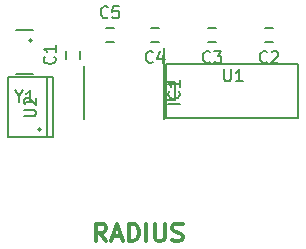
<source format=gbr>
G04 #@! TF.FileFunction,Legend,Top*
%FSLAX46Y46*%
G04 Gerber Fmt 4.6, Leading zero omitted, Abs format (unit mm)*
G04 Created by KiCad (PCBNEW (2015-04-09 BZR 5589)-product) date Monday, June 29, 2015 'PMt' 04:43:36 PM*
%MOMM*%
G01*
G04 APERTURE LIST*
%ADD10C,0.100000*%
%ADD11C,0.300000*%
%ADD12C,0.150000*%
G04 APERTURE END LIST*
D10*
D11*
X164600286Y-122598571D02*
X164100286Y-121884286D01*
X163743143Y-122598571D02*
X163743143Y-121098571D01*
X164314571Y-121098571D01*
X164457429Y-121170000D01*
X164528857Y-121241429D01*
X164600286Y-121384286D01*
X164600286Y-121598571D01*
X164528857Y-121741429D01*
X164457429Y-121812857D01*
X164314571Y-121884286D01*
X163743143Y-121884286D01*
X165171714Y-122170000D02*
X165886000Y-122170000D01*
X165028857Y-122598571D02*
X165528857Y-121098571D01*
X166028857Y-122598571D01*
X166528857Y-122598571D02*
X166528857Y-121098571D01*
X166886000Y-121098571D01*
X167100285Y-121170000D01*
X167243143Y-121312857D01*
X167314571Y-121455714D01*
X167386000Y-121741429D01*
X167386000Y-121955714D01*
X167314571Y-122241429D01*
X167243143Y-122384286D01*
X167100285Y-122527143D01*
X166886000Y-122598571D01*
X166528857Y-122598571D01*
X168028857Y-122598571D02*
X168028857Y-121098571D01*
X168743143Y-121098571D02*
X168743143Y-122312857D01*
X168814571Y-122455714D01*
X168886000Y-122527143D01*
X169028857Y-122598571D01*
X169314571Y-122598571D01*
X169457429Y-122527143D01*
X169528857Y-122455714D01*
X169600286Y-122312857D01*
X169600286Y-121098571D01*
X170243143Y-122527143D02*
X170457429Y-122598571D01*
X170814572Y-122598571D01*
X170957429Y-122527143D01*
X171028858Y-122455714D01*
X171100286Y-122312857D01*
X171100286Y-122170000D01*
X171028858Y-122027143D01*
X170957429Y-121955714D01*
X170814572Y-121884286D01*
X170528858Y-121812857D01*
X170386000Y-121741429D01*
X170314572Y-121670000D01*
X170243143Y-121527143D01*
X170243143Y-121384286D01*
X170314572Y-121241429D01*
X170386000Y-121170000D01*
X170528858Y-121098571D01*
X170886000Y-121098571D01*
X171100286Y-121170000D01*
D12*
X161198000Y-107157000D02*
X161198000Y-106457000D01*
X162398000Y-106457000D02*
X162398000Y-107157000D01*
X178785000Y-105756000D02*
X178085000Y-105756000D01*
X178085000Y-104556000D02*
X178785000Y-104556000D01*
X173959000Y-105756000D02*
X173259000Y-105756000D01*
X173259000Y-104556000D02*
X173959000Y-104556000D01*
X169100000Y-105750000D02*
X168400000Y-105750000D01*
X168400000Y-104550000D02*
X169100000Y-104550000D01*
X164600000Y-104550000D02*
X165300000Y-104550000D01*
X165300000Y-105750000D02*
X164600000Y-105750000D01*
X162741000Y-107757000D02*
X162741000Y-112207000D01*
X169491000Y-106232000D02*
X169491000Y-112207000D01*
X169672000Y-109093000D02*
X170434000Y-109093000D01*
X170434000Y-109093000D02*
X170434000Y-110617000D01*
X170434000Y-110617000D02*
X169672000Y-110617000D01*
X180848000Y-107569000D02*
X180848000Y-112141000D01*
X180848000Y-112141000D02*
X169672000Y-112141000D01*
X169672000Y-112141000D02*
X169672000Y-107569000D01*
X169672000Y-107569000D02*
X180848000Y-107569000D01*
X159131000Y-113157000D02*
G75*
G03X159131000Y-113157000I-127000J0D01*
G01*
X159639000Y-113792000D02*
X159639000Y-108712000D01*
X156337000Y-113792000D02*
X156337000Y-108712000D01*
X160147000Y-113792000D02*
X160147000Y-108712000D01*
X160147000Y-113792000D02*
X156337000Y-113792000D01*
X160147000Y-108712000D02*
X156337000Y-108712000D01*
X158376279Y-105603040D02*
G75*
G03X158376279Y-105603040I-141899J0D01*
G01*
X157032960Y-104703880D02*
X158435040Y-104703880D01*
X158435040Y-108402120D02*
X157032960Y-108402120D01*
X160255143Y-106973666D02*
X160302762Y-107021285D01*
X160350381Y-107164142D01*
X160350381Y-107259380D01*
X160302762Y-107402238D01*
X160207524Y-107497476D01*
X160112286Y-107545095D01*
X159921810Y-107592714D01*
X159778952Y-107592714D01*
X159588476Y-107545095D01*
X159493238Y-107497476D01*
X159398000Y-107402238D01*
X159350381Y-107259380D01*
X159350381Y-107164142D01*
X159398000Y-107021285D01*
X159445619Y-106973666D01*
X160350381Y-106021285D02*
X160350381Y-106592714D01*
X160350381Y-106307000D02*
X159350381Y-106307000D01*
X159493238Y-106402238D01*
X159588476Y-106497476D01*
X159636095Y-106592714D01*
X178268334Y-107413143D02*
X178220715Y-107460762D01*
X178077858Y-107508381D01*
X177982620Y-107508381D01*
X177839762Y-107460762D01*
X177744524Y-107365524D01*
X177696905Y-107270286D01*
X177649286Y-107079810D01*
X177649286Y-106936952D01*
X177696905Y-106746476D01*
X177744524Y-106651238D01*
X177839762Y-106556000D01*
X177982620Y-106508381D01*
X178077858Y-106508381D01*
X178220715Y-106556000D01*
X178268334Y-106603619D01*
X178649286Y-106603619D02*
X178696905Y-106556000D01*
X178792143Y-106508381D01*
X179030239Y-106508381D01*
X179125477Y-106556000D01*
X179173096Y-106603619D01*
X179220715Y-106698857D01*
X179220715Y-106794095D01*
X179173096Y-106936952D01*
X178601667Y-107508381D01*
X179220715Y-107508381D01*
X173442334Y-107413143D02*
X173394715Y-107460762D01*
X173251858Y-107508381D01*
X173156620Y-107508381D01*
X173013762Y-107460762D01*
X172918524Y-107365524D01*
X172870905Y-107270286D01*
X172823286Y-107079810D01*
X172823286Y-106936952D01*
X172870905Y-106746476D01*
X172918524Y-106651238D01*
X173013762Y-106556000D01*
X173156620Y-106508381D01*
X173251858Y-106508381D01*
X173394715Y-106556000D01*
X173442334Y-106603619D01*
X173775667Y-106508381D02*
X174394715Y-106508381D01*
X174061381Y-106889333D01*
X174204239Y-106889333D01*
X174299477Y-106936952D01*
X174347096Y-106984571D01*
X174394715Y-107079810D01*
X174394715Y-107317905D01*
X174347096Y-107413143D01*
X174299477Y-107460762D01*
X174204239Y-107508381D01*
X173918524Y-107508381D01*
X173823286Y-107460762D01*
X173775667Y-107413143D01*
X168583334Y-107407143D02*
X168535715Y-107454762D01*
X168392858Y-107502381D01*
X168297620Y-107502381D01*
X168154762Y-107454762D01*
X168059524Y-107359524D01*
X168011905Y-107264286D01*
X167964286Y-107073810D01*
X167964286Y-106930952D01*
X168011905Y-106740476D01*
X168059524Y-106645238D01*
X168154762Y-106550000D01*
X168297620Y-106502381D01*
X168392858Y-106502381D01*
X168535715Y-106550000D01*
X168583334Y-106597619D01*
X169440477Y-106835714D02*
X169440477Y-107502381D01*
X169202381Y-106454762D02*
X168964286Y-107169048D01*
X169583334Y-107169048D01*
X164783334Y-103607143D02*
X164735715Y-103654762D01*
X164592858Y-103702381D01*
X164497620Y-103702381D01*
X164354762Y-103654762D01*
X164259524Y-103559524D01*
X164211905Y-103464286D01*
X164164286Y-103273810D01*
X164164286Y-103130952D01*
X164211905Y-102940476D01*
X164259524Y-102845238D01*
X164354762Y-102750000D01*
X164497620Y-102702381D01*
X164592858Y-102702381D01*
X164735715Y-102750000D01*
X164783334Y-102797619D01*
X165688096Y-102702381D02*
X165211905Y-102702381D01*
X165164286Y-103178571D01*
X165211905Y-103130952D01*
X165307143Y-103083333D01*
X165545239Y-103083333D01*
X165640477Y-103130952D01*
X165688096Y-103178571D01*
X165735715Y-103273810D01*
X165735715Y-103511905D01*
X165688096Y-103607143D01*
X165640477Y-103654762D01*
X165545239Y-103702381D01*
X165307143Y-103702381D01*
X165211905Y-103654762D01*
X165164286Y-103607143D01*
X170868381Y-110958190D02*
X169868381Y-110958190D01*
X170773143Y-109910571D02*
X170820762Y-109958190D01*
X170868381Y-110101047D01*
X170868381Y-110196285D01*
X170820762Y-110339143D01*
X170725524Y-110434381D01*
X170630286Y-110482000D01*
X170439810Y-110529619D01*
X170296952Y-110529619D01*
X170106476Y-110482000D01*
X170011238Y-110434381D01*
X169916000Y-110339143D01*
X169868381Y-110196285D01*
X169868381Y-110101047D01*
X169916000Y-109958190D01*
X169963619Y-109910571D01*
X170868381Y-108958190D02*
X170868381Y-109529619D01*
X170868381Y-109243905D02*
X169868381Y-109243905D01*
X170011238Y-109339143D01*
X170106476Y-109434381D01*
X170154095Y-109529619D01*
X174625095Y-108037381D02*
X174625095Y-108846905D01*
X174672714Y-108942143D01*
X174720333Y-108989762D01*
X174815571Y-109037381D01*
X175006048Y-109037381D01*
X175101286Y-108989762D01*
X175148905Y-108942143D01*
X175196524Y-108846905D01*
X175196524Y-108037381D01*
X176196524Y-109037381D02*
X175625095Y-109037381D01*
X175910809Y-109037381D02*
X175910809Y-108037381D01*
X175815571Y-108180238D01*
X175720333Y-108275476D01*
X175625095Y-108323095D01*
X157694381Y-112013905D02*
X158503905Y-112013905D01*
X158599143Y-111966286D01*
X158646762Y-111918667D01*
X158694381Y-111823429D01*
X158694381Y-111632952D01*
X158646762Y-111537714D01*
X158599143Y-111490095D01*
X158503905Y-111442476D01*
X157694381Y-111442476D01*
X157789619Y-111013905D02*
X157742000Y-110966286D01*
X157694381Y-110871048D01*
X157694381Y-110632952D01*
X157742000Y-110537714D01*
X157789619Y-110490095D01*
X157884857Y-110442476D01*
X157980095Y-110442476D01*
X158122952Y-110490095D01*
X158694381Y-111061524D01*
X158694381Y-110442476D01*
X157257809Y-110339190D02*
X157257809Y-110815381D01*
X156924476Y-109815381D02*
X157257809Y-110339190D01*
X157591143Y-109815381D01*
X158448286Y-110815381D02*
X157876857Y-110815381D01*
X158162571Y-110815381D02*
X158162571Y-109815381D01*
X158067333Y-109958238D01*
X157972095Y-110053476D01*
X157876857Y-110101095D01*
M02*

</source>
